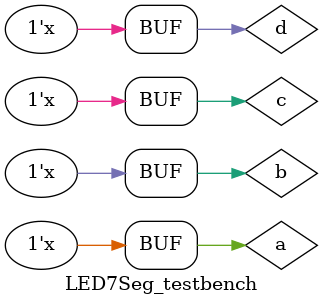
<source format=v>
`timescale 1ns / 1ps


module LED7Seg_testbench;

	// Inputs
	reg a;
	reg b;
	reg c;
	reg d;

	// Outputs
	wire la;
	wire lb;
	wire lc;
	wire ld;
	wire le;
	wire lf;
	wire lg;

	// Instantiate the Unit Under Test (UUT)
	LED7Seg uut (
		.a(a), 
		.b(b), 
		.c(c), 
		.d(d), 
		.la(la), 
		.lb(lb), 
		.lc(lc), 
		.ld(ld), 
		.le(le), 
		.lf(lf), 
		.lg(lg)
	);

	initial begin
		// Initialize Inputs
		a = 0;
		b = 0;
		c = 0;
		d = 0;

		// Wait 100 ns for global reset to finish
		#100;
        
		// Add stimulus here

	end
    always
		begin
			d = ~d;
			#20;
		end
always		
		begin
			c = ~c;
			#40;
		end	
		always
		begin
			b = ~b;
			#80;
		end	
		always
		begin
			a = ~a;
			#160;
		end		
endmodule


</source>
